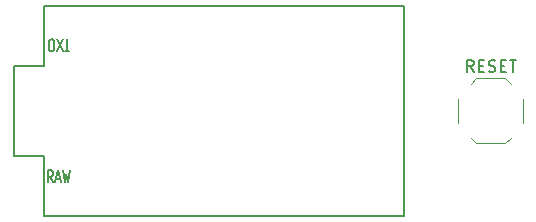
<source format=gbr>
G04 #@! TF.GenerationSoftware,KiCad,Pcbnew,(5.1.9-0-10_14)*
G04 #@! TF.CreationDate,2021-03-08T20:11:56-08:00*
G04 #@! TF.ProjectId,fourkey,666f7572-6b65-4792-9e6b-696361645f70,rev?*
G04 #@! TF.SameCoordinates,Original*
G04 #@! TF.FileFunction,Legend,Top*
G04 #@! TF.FilePolarity,Positive*
%FSLAX46Y46*%
G04 Gerber Fmt 4.6, Leading zero omitted, Abs format (unit mm)*
G04 Created by KiCad (PCBNEW (5.1.9-0-10_14)) date 2021-03-08 20:11:56*
%MOMM*%
%LPD*%
G01*
G04 APERTURE LIST*
%ADD10C,0.150000*%
%ADD11C,0.120000*%
G04 APERTURE END LIST*
D10*
X73290000Y-74461619D02*
X72890000Y-74461619D01*
X73090000Y-73461619D02*
X73090000Y-74461619D01*
X72723333Y-74461619D02*
X72256666Y-73461619D01*
X72256666Y-74461619D02*
X72723333Y-73461619D01*
X71856666Y-74461619D02*
X71723333Y-74461619D01*
X71656666Y-74414000D01*
X71590000Y-74318761D01*
X71556666Y-74128285D01*
X71556666Y-73794952D01*
X71590000Y-73604476D01*
X71656666Y-73509238D01*
X71723333Y-73461619D01*
X71856666Y-73461619D01*
X71923333Y-73509238D01*
X71990000Y-73604476D01*
X72023333Y-73794952D01*
X72023333Y-74128285D01*
X71990000Y-74318761D01*
X71923333Y-74414000D01*
X71856666Y-74461619D01*
X71906666Y-85542380D02*
X71673333Y-85066190D01*
X71506666Y-85542380D02*
X71506666Y-84542380D01*
X71773333Y-84542380D01*
X71840000Y-84590000D01*
X71873333Y-84637619D01*
X71906666Y-84732857D01*
X71906666Y-84875714D01*
X71873333Y-84970952D01*
X71840000Y-85018571D01*
X71773333Y-85066190D01*
X71506666Y-85066190D01*
X72173333Y-85256666D02*
X72506666Y-85256666D01*
X72106666Y-85542380D02*
X72340000Y-84542380D01*
X72573333Y-85542380D01*
X72740000Y-84542380D02*
X72906666Y-85542380D01*
X73040000Y-84828095D01*
X73173333Y-85542380D01*
X73340000Y-84542380D01*
X71120000Y-88392000D02*
X101600000Y-88392000D01*
X71120000Y-83312000D02*
X71120000Y-88392000D01*
X68580000Y-83312000D02*
X71120000Y-83312000D01*
X68580000Y-75692000D02*
X68580000Y-83312000D01*
X71120000Y-75692000D02*
X68580000Y-75692000D01*
X71120000Y-70612000D02*
X71120000Y-75692000D01*
X101600000Y-70612000D02*
X71120000Y-70612000D01*
X101600000Y-88392000D02*
X101600000Y-70612000D01*
D11*
X110666000Y-77202000D02*
X110216000Y-76752000D01*
X107266000Y-77202000D02*
X107716000Y-76752000D01*
X107266000Y-81802000D02*
X107716000Y-82252000D01*
X110666000Y-81802000D02*
X110216000Y-82252000D01*
X106216000Y-80502000D02*
X106216000Y-78502000D01*
X110216000Y-76752000D02*
X107716000Y-76752000D01*
X111716000Y-80502000D02*
X111716000Y-78502000D01*
X110216000Y-82252000D02*
X107716000Y-82252000D01*
D10*
X107513619Y-76204380D02*
X107180285Y-75728190D01*
X106942190Y-76204380D02*
X106942190Y-75204380D01*
X107323142Y-75204380D01*
X107418380Y-75252000D01*
X107466000Y-75299619D01*
X107513619Y-75394857D01*
X107513619Y-75537714D01*
X107466000Y-75632952D01*
X107418380Y-75680571D01*
X107323142Y-75728190D01*
X106942190Y-75728190D01*
X107942190Y-75680571D02*
X108275523Y-75680571D01*
X108418380Y-76204380D02*
X107942190Y-76204380D01*
X107942190Y-75204380D01*
X108418380Y-75204380D01*
X108799333Y-76156761D02*
X108942190Y-76204380D01*
X109180285Y-76204380D01*
X109275523Y-76156761D01*
X109323142Y-76109142D01*
X109370761Y-76013904D01*
X109370761Y-75918666D01*
X109323142Y-75823428D01*
X109275523Y-75775809D01*
X109180285Y-75728190D01*
X108989809Y-75680571D01*
X108894571Y-75632952D01*
X108846952Y-75585333D01*
X108799333Y-75490095D01*
X108799333Y-75394857D01*
X108846952Y-75299619D01*
X108894571Y-75252000D01*
X108989809Y-75204380D01*
X109227904Y-75204380D01*
X109370761Y-75252000D01*
X109799333Y-75680571D02*
X110132666Y-75680571D01*
X110275523Y-76204380D02*
X109799333Y-76204380D01*
X109799333Y-75204380D01*
X110275523Y-75204380D01*
X110561238Y-75204380D02*
X111132666Y-75204380D01*
X110846952Y-76204380D02*
X110846952Y-75204380D01*
M02*

</source>
